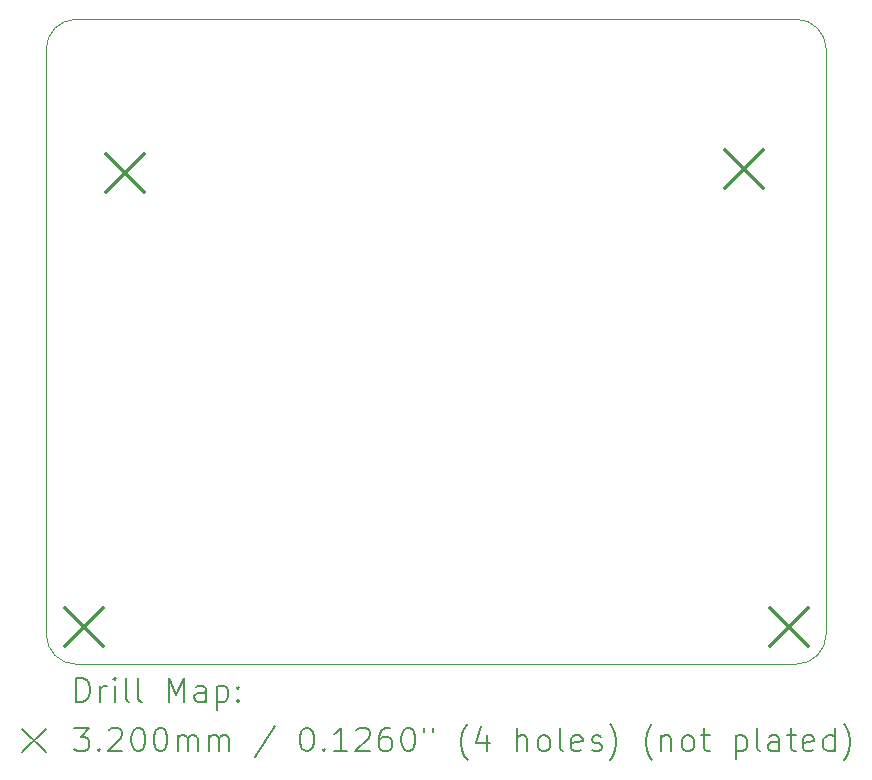
<source format=gbr>
%TF.GenerationSoftware,KiCad,Pcbnew,7.0.6-7.0.6~ubuntu22.04.1*%
%TF.CreationDate,2023-07-15T17:43:01-03:00*%
%TF.ProjectId,FRANZININHO-WIFI-MAKEYMAKEY,4652414e-5a49-44e4-994e-484f2d574946,1.0.0*%
%TF.SameCoordinates,Original*%
%TF.FileFunction,Drillmap*%
%TF.FilePolarity,Positive*%
%FSLAX45Y45*%
G04 Gerber Fmt 4.5, Leading zero omitted, Abs format (unit mm)*
G04 Created by KiCad (PCBNEW 7.0.6-7.0.6~ubuntu22.04.1) date 2023-07-15 17:43:01*
%MOMM*%
%LPD*%
G01*
G04 APERTURE LIST*
%ADD10C,0.100000*%
%ADD11C,0.200000*%
%ADD12C,0.320000*%
G04 APERTURE END LIST*
D10*
X18542000Y-6985000D02*
G75*
G03*
X18288000Y-6731000I-254000J0D01*
G01*
X18288000Y-12192000D02*
G75*
G03*
X18542000Y-11938000I0J254000D01*
G01*
X18542000Y-11938000D02*
X18542000Y-6985000D01*
X11938000Y-6985000D02*
X11938000Y-11938000D01*
X11938000Y-11938000D02*
G75*
G03*
X12192000Y-12192000I254000J0D01*
G01*
X12192000Y-6731000D02*
G75*
G03*
X11938000Y-6985000I0J-254000D01*
G01*
X12192000Y-12192000D02*
X18288000Y-12192000D01*
X18288000Y-6731000D02*
X12192000Y-6731000D01*
D11*
D12*
X12095500Y-11714500D02*
X12415500Y-12034500D01*
X12415500Y-11714500D02*
X12095500Y-12034500D01*
X12444750Y-7872750D02*
X12764750Y-8192750D01*
X12764750Y-7872750D02*
X12444750Y-8192750D01*
X17683500Y-7841000D02*
X18003500Y-8161000D01*
X18003500Y-7841000D02*
X17683500Y-8161000D01*
X18064500Y-11714500D02*
X18384500Y-12034500D01*
X18384500Y-11714500D02*
X18064500Y-12034500D01*
D11*
X12193777Y-12508484D02*
X12193777Y-12308484D01*
X12193777Y-12308484D02*
X12241396Y-12308484D01*
X12241396Y-12308484D02*
X12269967Y-12318008D01*
X12269967Y-12318008D02*
X12289015Y-12337055D01*
X12289015Y-12337055D02*
X12298539Y-12356103D01*
X12298539Y-12356103D02*
X12308062Y-12394198D01*
X12308062Y-12394198D02*
X12308062Y-12422769D01*
X12308062Y-12422769D02*
X12298539Y-12460865D01*
X12298539Y-12460865D02*
X12289015Y-12479912D01*
X12289015Y-12479912D02*
X12269967Y-12498960D01*
X12269967Y-12498960D02*
X12241396Y-12508484D01*
X12241396Y-12508484D02*
X12193777Y-12508484D01*
X12393777Y-12508484D02*
X12393777Y-12375150D01*
X12393777Y-12413246D02*
X12403301Y-12394198D01*
X12403301Y-12394198D02*
X12412824Y-12384674D01*
X12412824Y-12384674D02*
X12431872Y-12375150D01*
X12431872Y-12375150D02*
X12450920Y-12375150D01*
X12517586Y-12508484D02*
X12517586Y-12375150D01*
X12517586Y-12308484D02*
X12508062Y-12318008D01*
X12508062Y-12318008D02*
X12517586Y-12327531D01*
X12517586Y-12327531D02*
X12527110Y-12318008D01*
X12527110Y-12318008D02*
X12517586Y-12308484D01*
X12517586Y-12308484D02*
X12517586Y-12327531D01*
X12641396Y-12508484D02*
X12622348Y-12498960D01*
X12622348Y-12498960D02*
X12612824Y-12479912D01*
X12612824Y-12479912D02*
X12612824Y-12308484D01*
X12746158Y-12508484D02*
X12727110Y-12498960D01*
X12727110Y-12498960D02*
X12717586Y-12479912D01*
X12717586Y-12479912D02*
X12717586Y-12308484D01*
X12974729Y-12508484D02*
X12974729Y-12308484D01*
X12974729Y-12308484D02*
X13041396Y-12451341D01*
X13041396Y-12451341D02*
X13108062Y-12308484D01*
X13108062Y-12308484D02*
X13108062Y-12508484D01*
X13289015Y-12508484D02*
X13289015Y-12403722D01*
X13289015Y-12403722D02*
X13279491Y-12384674D01*
X13279491Y-12384674D02*
X13260443Y-12375150D01*
X13260443Y-12375150D02*
X13222348Y-12375150D01*
X13222348Y-12375150D02*
X13203301Y-12384674D01*
X13289015Y-12498960D02*
X13269967Y-12508484D01*
X13269967Y-12508484D02*
X13222348Y-12508484D01*
X13222348Y-12508484D02*
X13203301Y-12498960D01*
X13203301Y-12498960D02*
X13193777Y-12479912D01*
X13193777Y-12479912D02*
X13193777Y-12460865D01*
X13193777Y-12460865D02*
X13203301Y-12441817D01*
X13203301Y-12441817D02*
X13222348Y-12432293D01*
X13222348Y-12432293D02*
X13269967Y-12432293D01*
X13269967Y-12432293D02*
X13289015Y-12422769D01*
X13384253Y-12375150D02*
X13384253Y-12575150D01*
X13384253Y-12384674D02*
X13403301Y-12375150D01*
X13403301Y-12375150D02*
X13441396Y-12375150D01*
X13441396Y-12375150D02*
X13460443Y-12384674D01*
X13460443Y-12384674D02*
X13469967Y-12394198D01*
X13469967Y-12394198D02*
X13479491Y-12413246D01*
X13479491Y-12413246D02*
X13479491Y-12470388D01*
X13479491Y-12470388D02*
X13469967Y-12489436D01*
X13469967Y-12489436D02*
X13460443Y-12498960D01*
X13460443Y-12498960D02*
X13441396Y-12508484D01*
X13441396Y-12508484D02*
X13403301Y-12508484D01*
X13403301Y-12508484D02*
X13384253Y-12498960D01*
X13565205Y-12489436D02*
X13574729Y-12498960D01*
X13574729Y-12498960D02*
X13565205Y-12508484D01*
X13565205Y-12508484D02*
X13555682Y-12498960D01*
X13555682Y-12498960D02*
X13565205Y-12489436D01*
X13565205Y-12489436D02*
X13565205Y-12508484D01*
X13565205Y-12384674D02*
X13574729Y-12394198D01*
X13574729Y-12394198D02*
X13565205Y-12403722D01*
X13565205Y-12403722D02*
X13555682Y-12394198D01*
X13555682Y-12394198D02*
X13565205Y-12384674D01*
X13565205Y-12384674D02*
X13565205Y-12403722D01*
X11733000Y-12737000D02*
X11933000Y-12937000D01*
X11933000Y-12737000D02*
X11733000Y-12937000D01*
X12174729Y-12728484D02*
X12298539Y-12728484D01*
X12298539Y-12728484D02*
X12231872Y-12804674D01*
X12231872Y-12804674D02*
X12260443Y-12804674D01*
X12260443Y-12804674D02*
X12279491Y-12814198D01*
X12279491Y-12814198D02*
X12289015Y-12823722D01*
X12289015Y-12823722D02*
X12298539Y-12842769D01*
X12298539Y-12842769D02*
X12298539Y-12890388D01*
X12298539Y-12890388D02*
X12289015Y-12909436D01*
X12289015Y-12909436D02*
X12279491Y-12918960D01*
X12279491Y-12918960D02*
X12260443Y-12928484D01*
X12260443Y-12928484D02*
X12203301Y-12928484D01*
X12203301Y-12928484D02*
X12184253Y-12918960D01*
X12184253Y-12918960D02*
X12174729Y-12909436D01*
X12384253Y-12909436D02*
X12393777Y-12918960D01*
X12393777Y-12918960D02*
X12384253Y-12928484D01*
X12384253Y-12928484D02*
X12374729Y-12918960D01*
X12374729Y-12918960D02*
X12384253Y-12909436D01*
X12384253Y-12909436D02*
X12384253Y-12928484D01*
X12469967Y-12747531D02*
X12479491Y-12738008D01*
X12479491Y-12738008D02*
X12498539Y-12728484D01*
X12498539Y-12728484D02*
X12546158Y-12728484D01*
X12546158Y-12728484D02*
X12565205Y-12738008D01*
X12565205Y-12738008D02*
X12574729Y-12747531D01*
X12574729Y-12747531D02*
X12584253Y-12766579D01*
X12584253Y-12766579D02*
X12584253Y-12785627D01*
X12584253Y-12785627D02*
X12574729Y-12814198D01*
X12574729Y-12814198D02*
X12460443Y-12928484D01*
X12460443Y-12928484D02*
X12584253Y-12928484D01*
X12708062Y-12728484D02*
X12727110Y-12728484D01*
X12727110Y-12728484D02*
X12746158Y-12738008D01*
X12746158Y-12738008D02*
X12755682Y-12747531D01*
X12755682Y-12747531D02*
X12765205Y-12766579D01*
X12765205Y-12766579D02*
X12774729Y-12804674D01*
X12774729Y-12804674D02*
X12774729Y-12852293D01*
X12774729Y-12852293D02*
X12765205Y-12890388D01*
X12765205Y-12890388D02*
X12755682Y-12909436D01*
X12755682Y-12909436D02*
X12746158Y-12918960D01*
X12746158Y-12918960D02*
X12727110Y-12928484D01*
X12727110Y-12928484D02*
X12708062Y-12928484D01*
X12708062Y-12928484D02*
X12689015Y-12918960D01*
X12689015Y-12918960D02*
X12679491Y-12909436D01*
X12679491Y-12909436D02*
X12669967Y-12890388D01*
X12669967Y-12890388D02*
X12660443Y-12852293D01*
X12660443Y-12852293D02*
X12660443Y-12804674D01*
X12660443Y-12804674D02*
X12669967Y-12766579D01*
X12669967Y-12766579D02*
X12679491Y-12747531D01*
X12679491Y-12747531D02*
X12689015Y-12738008D01*
X12689015Y-12738008D02*
X12708062Y-12728484D01*
X12898539Y-12728484D02*
X12917586Y-12728484D01*
X12917586Y-12728484D02*
X12936634Y-12738008D01*
X12936634Y-12738008D02*
X12946158Y-12747531D01*
X12946158Y-12747531D02*
X12955682Y-12766579D01*
X12955682Y-12766579D02*
X12965205Y-12804674D01*
X12965205Y-12804674D02*
X12965205Y-12852293D01*
X12965205Y-12852293D02*
X12955682Y-12890388D01*
X12955682Y-12890388D02*
X12946158Y-12909436D01*
X12946158Y-12909436D02*
X12936634Y-12918960D01*
X12936634Y-12918960D02*
X12917586Y-12928484D01*
X12917586Y-12928484D02*
X12898539Y-12928484D01*
X12898539Y-12928484D02*
X12879491Y-12918960D01*
X12879491Y-12918960D02*
X12869967Y-12909436D01*
X12869967Y-12909436D02*
X12860443Y-12890388D01*
X12860443Y-12890388D02*
X12850920Y-12852293D01*
X12850920Y-12852293D02*
X12850920Y-12804674D01*
X12850920Y-12804674D02*
X12860443Y-12766579D01*
X12860443Y-12766579D02*
X12869967Y-12747531D01*
X12869967Y-12747531D02*
X12879491Y-12738008D01*
X12879491Y-12738008D02*
X12898539Y-12728484D01*
X13050920Y-12928484D02*
X13050920Y-12795150D01*
X13050920Y-12814198D02*
X13060443Y-12804674D01*
X13060443Y-12804674D02*
X13079491Y-12795150D01*
X13079491Y-12795150D02*
X13108063Y-12795150D01*
X13108063Y-12795150D02*
X13127110Y-12804674D01*
X13127110Y-12804674D02*
X13136634Y-12823722D01*
X13136634Y-12823722D02*
X13136634Y-12928484D01*
X13136634Y-12823722D02*
X13146158Y-12804674D01*
X13146158Y-12804674D02*
X13165205Y-12795150D01*
X13165205Y-12795150D02*
X13193777Y-12795150D01*
X13193777Y-12795150D02*
X13212824Y-12804674D01*
X13212824Y-12804674D02*
X13222348Y-12823722D01*
X13222348Y-12823722D02*
X13222348Y-12928484D01*
X13317586Y-12928484D02*
X13317586Y-12795150D01*
X13317586Y-12814198D02*
X13327110Y-12804674D01*
X13327110Y-12804674D02*
X13346158Y-12795150D01*
X13346158Y-12795150D02*
X13374729Y-12795150D01*
X13374729Y-12795150D02*
X13393777Y-12804674D01*
X13393777Y-12804674D02*
X13403301Y-12823722D01*
X13403301Y-12823722D02*
X13403301Y-12928484D01*
X13403301Y-12823722D02*
X13412824Y-12804674D01*
X13412824Y-12804674D02*
X13431872Y-12795150D01*
X13431872Y-12795150D02*
X13460443Y-12795150D01*
X13460443Y-12795150D02*
X13479491Y-12804674D01*
X13479491Y-12804674D02*
X13489015Y-12823722D01*
X13489015Y-12823722D02*
X13489015Y-12928484D01*
X13879491Y-12718960D02*
X13708063Y-12976103D01*
X14136634Y-12728484D02*
X14155682Y-12728484D01*
X14155682Y-12728484D02*
X14174729Y-12738008D01*
X14174729Y-12738008D02*
X14184253Y-12747531D01*
X14184253Y-12747531D02*
X14193777Y-12766579D01*
X14193777Y-12766579D02*
X14203301Y-12804674D01*
X14203301Y-12804674D02*
X14203301Y-12852293D01*
X14203301Y-12852293D02*
X14193777Y-12890388D01*
X14193777Y-12890388D02*
X14184253Y-12909436D01*
X14184253Y-12909436D02*
X14174729Y-12918960D01*
X14174729Y-12918960D02*
X14155682Y-12928484D01*
X14155682Y-12928484D02*
X14136634Y-12928484D01*
X14136634Y-12928484D02*
X14117586Y-12918960D01*
X14117586Y-12918960D02*
X14108063Y-12909436D01*
X14108063Y-12909436D02*
X14098539Y-12890388D01*
X14098539Y-12890388D02*
X14089015Y-12852293D01*
X14089015Y-12852293D02*
X14089015Y-12804674D01*
X14089015Y-12804674D02*
X14098539Y-12766579D01*
X14098539Y-12766579D02*
X14108063Y-12747531D01*
X14108063Y-12747531D02*
X14117586Y-12738008D01*
X14117586Y-12738008D02*
X14136634Y-12728484D01*
X14289015Y-12909436D02*
X14298539Y-12918960D01*
X14298539Y-12918960D02*
X14289015Y-12928484D01*
X14289015Y-12928484D02*
X14279491Y-12918960D01*
X14279491Y-12918960D02*
X14289015Y-12909436D01*
X14289015Y-12909436D02*
X14289015Y-12928484D01*
X14489015Y-12928484D02*
X14374729Y-12928484D01*
X14431872Y-12928484D02*
X14431872Y-12728484D01*
X14431872Y-12728484D02*
X14412825Y-12757055D01*
X14412825Y-12757055D02*
X14393777Y-12776103D01*
X14393777Y-12776103D02*
X14374729Y-12785627D01*
X14565206Y-12747531D02*
X14574729Y-12738008D01*
X14574729Y-12738008D02*
X14593777Y-12728484D01*
X14593777Y-12728484D02*
X14641396Y-12728484D01*
X14641396Y-12728484D02*
X14660444Y-12738008D01*
X14660444Y-12738008D02*
X14669967Y-12747531D01*
X14669967Y-12747531D02*
X14679491Y-12766579D01*
X14679491Y-12766579D02*
X14679491Y-12785627D01*
X14679491Y-12785627D02*
X14669967Y-12814198D01*
X14669967Y-12814198D02*
X14555682Y-12928484D01*
X14555682Y-12928484D02*
X14679491Y-12928484D01*
X14850920Y-12728484D02*
X14812825Y-12728484D01*
X14812825Y-12728484D02*
X14793777Y-12738008D01*
X14793777Y-12738008D02*
X14784253Y-12747531D01*
X14784253Y-12747531D02*
X14765206Y-12776103D01*
X14765206Y-12776103D02*
X14755682Y-12814198D01*
X14755682Y-12814198D02*
X14755682Y-12890388D01*
X14755682Y-12890388D02*
X14765206Y-12909436D01*
X14765206Y-12909436D02*
X14774729Y-12918960D01*
X14774729Y-12918960D02*
X14793777Y-12928484D01*
X14793777Y-12928484D02*
X14831872Y-12928484D01*
X14831872Y-12928484D02*
X14850920Y-12918960D01*
X14850920Y-12918960D02*
X14860444Y-12909436D01*
X14860444Y-12909436D02*
X14869967Y-12890388D01*
X14869967Y-12890388D02*
X14869967Y-12842769D01*
X14869967Y-12842769D02*
X14860444Y-12823722D01*
X14860444Y-12823722D02*
X14850920Y-12814198D01*
X14850920Y-12814198D02*
X14831872Y-12804674D01*
X14831872Y-12804674D02*
X14793777Y-12804674D01*
X14793777Y-12804674D02*
X14774729Y-12814198D01*
X14774729Y-12814198D02*
X14765206Y-12823722D01*
X14765206Y-12823722D02*
X14755682Y-12842769D01*
X14993777Y-12728484D02*
X15012825Y-12728484D01*
X15012825Y-12728484D02*
X15031872Y-12738008D01*
X15031872Y-12738008D02*
X15041396Y-12747531D01*
X15041396Y-12747531D02*
X15050920Y-12766579D01*
X15050920Y-12766579D02*
X15060444Y-12804674D01*
X15060444Y-12804674D02*
X15060444Y-12852293D01*
X15060444Y-12852293D02*
X15050920Y-12890388D01*
X15050920Y-12890388D02*
X15041396Y-12909436D01*
X15041396Y-12909436D02*
X15031872Y-12918960D01*
X15031872Y-12918960D02*
X15012825Y-12928484D01*
X15012825Y-12928484D02*
X14993777Y-12928484D01*
X14993777Y-12928484D02*
X14974729Y-12918960D01*
X14974729Y-12918960D02*
X14965206Y-12909436D01*
X14965206Y-12909436D02*
X14955682Y-12890388D01*
X14955682Y-12890388D02*
X14946158Y-12852293D01*
X14946158Y-12852293D02*
X14946158Y-12804674D01*
X14946158Y-12804674D02*
X14955682Y-12766579D01*
X14955682Y-12766579D02*
X14965206Y-12747531D01*
X14965206Y-12747531D02*
X14974729Y-12738008D01*
X14974729Y-12738008D02*
X14993777Y-12728484D01*
X15136634Y-12728484D02*
X15136634Y-12766579D01*
X15212825Y-12728484D02*
X15212825Y-12766579D01*
X15508063Y-13004674D02*
X15498539Y-12995150D01*
X15498539Y-12995150D02*
X15479491Y-12966579D01*
X15479491Y-12966579D02*
X15469968Y-12947531D01*
X15469968Y-12947531D02*
X15460444Y-12918960D01*
X15460444Y-12918960D02*
X15450920Y-12871341D01*
X15450920Y-12871341D02*
X15450920Y-12833246D01*
X15450920Y-12833246D02*
X15460444Y-12785627D01*
X15460444Y-12785627D02*
X15469968Y-12757055D01*
X15469968Y-12757055D02*
X15479491Y-12738008D01*
X15479491Y-12738008D02*
X15498539Y-12709436D01*
X15498539Y-12709436D02*
X15508063Y-12699912D01*
X15669968Y-12795150D02*
X15669968Y-12928484D01*
X15622348Y-12718960D02*
X15574729Y-12861817D01*
X15574729Y-12861817D02*
X15698539Y-12861817D01*
X15927110Y-12928484D02*
X15927110Y-12728484D01*
X16012825Y-12928484D02*
X16012825Y-12823722D01*
X16012825Y-12823722D02*
X16003301Y-12804674D01*
X16003301Y-12804674D02*
X15984253Y-12795150D01*
X15984253Y-12795150D02*
X15955682Y-12795150D01*
X15955682Y-12795150D02*
X15936634Y-12804674D01*
X15936634Y-12804674D02*
X15927110Y-12814198D01*
X16136634Y-12928484D02*
X16117587Y-12918960D01*
X16117587Y-12918960D02*
X16108063Y-12909436D01*
X16108063Y-12909436D02*
X16098539Y-12890388D01*
X16098539Y-12890388D02*
X16098539Y-12833246D01*
X16098539Y-12833246D02*
X16108063Y-12814198D01*
X16108063Y-12814198D02*
X16117587Y-12804674D01*
X16117587Y-12804674D02*
X16136634Y-12795150D01*
X16136634Y-12795150D02*
X16165206Y-12795150D01*
X16165206Y-12795150D02*
X16184253Y-12804674D01*
X16184253Y-12804674D02*
X16193777Y-12814198D01*
X16193777Y-12814198D02*
X16203301Y-12833246D01*
X16203301Y-12833246D02*
X16203301Y-12890388D01*
X16203301Y-12890388D02*
X16193777Y-12909436D01*
X16193777Y-12909436D02*
X16184253Y-12918960D01*
X16184253Y-12918960D02*
X16165206Y-12928484D01*
X16165206Y-12928484D02*
X16136634Y-12928484D01*
X16317587Y-12928484D02*
X16298539Y-12918960D01*
X16298539Y-12918960D02*
X16289015Y-12899912D01*
X16289015Y-12899912D02*
X16289015Y-12728484D01*
X16469968Y-12918960D02*
X16450920Y-12928484D01*
X16450920Y-12928484D02*
X16412825Y-12928484D01*
X16412825Y-12928484D02*
X16393777Y-12918960D01*
X16393777Y-12918960D02*
X16384253Y-12899912D01*
X16384253Y-12899912D02*
X16384253Y-12823722D01*
X16384253Y-12823722D02*
X16393777Y-12804674D01*
X16393777Y-12804674D02*
X16412825Y-12795150D01*
X16412825Y-12795150D02*
X16450920Y-12795150D01*
X16450920Y-12795150D02*
X16469968Y-12804674D01*
X16469968Y-12804674D02*
X16479491Y-12823722D01*
X16479491Y-12823722D02*
X16479491Y-12842769D01*
X16479491Y-12842769D02*
X16384253Y-12861817D01*
X16555682Y-12918960D02*
X16574730Y-12928484D01*
X16574730Y-12928484D02*
X16612825Y-12928484D01*
X16612825Y-12928484D02*
X16631872Y-12918960D01*
X16631872Y-12918960D02*
X16641396Y-12899912D01*
X16641396Y-12899912D02*
X16641396Y-12890388D01*
X16641396Y-12890388D02*
X16631872Y-12871341D01*
X16631872Y-12871341D02*
X16612825Y-12861817D01*
X16612825Y-12861817D02*
X16584253Y-12861817D01*
X16584253Y-12861817D02*
X16565206Y-12852293D01*
X16565206Y-12852293D02*
X16555682Y-12833246D01*
X16555682Y-12833246D02*
X16555682Y-12823722D01*
X16555682Y-12823722D02*
X16565206Y-12804674D01*
X16565206Y-12804674D02*
X16584253Y-12795150D01*
X16584253Y-12795150D02*
X16612825Y-12795150D01*
X16612825Y-12795150D02*
X16631872Y-12804674D01*
X16708063Y-13004674D02*
X16717587Y-12995150D01*
X16717587Y-12995150D02*
X16736634Y-12966579D01*
X16736634Y-12966579D02*
X16746158Y-12947531D01*
X16746158Y-12947531D02*
X16755682Y-12918960D01*
X16755682Y-12918960D02*
X16765206Y-12871341D01*
X16765206Y-12871341D02*
X16765206Y-12833246D01*
X16765206Y-12833246D02*
X16755682Y-12785627D01*
X16755682Y-12785627D02*
X16746158Y-12757055D01*
X16746158Y-12757055D02*
X16736634Y-12738008D01*
X16736634Y-12738008D02*
X16717587Y-12709436D01*
X16717587Y-12709436D02*
X16708063Y-12699912D01*
X17069968Y-13004674D02*
X17060444Y-12995150D01*
X17060444Y-12995150D02*
X17041396Y-12966579D01*
X17041396Y-12966579D02*
X17031873Y-12947531D01*
X17031873Y-12947531D02*
X17022349Y-12918960D01*
X17022349Y-12918960D02*
X17012825Y-12871341D01*
X17012825Y-12871341D02*
X17012825Y-12833246D01*
X17012825Y-12833246D02*
X17022349Y-12785627D01*
X17022349Y-12785627D02*
X17031873Y-12757055D01*
X17031873Y-12757055D02*
X17041396Y-12738008D01*
X17041396Y-12738008D02*
X17060444Y-12709436D01*
X17060444Y-12709436D02*
X17069968Y-12699912D01*
X17146158Y-12795150D02*
X17146158Y-12928484D01*
X17146158Y-12814198D02*
X17155682Y-12804674D01*
X17155682Y-12804674D02*
X17174730Y-12795150D01*
X17174730Y-12795150D02*
X17203301Y-12795150D01*
X17203301Y-12795150D02*
X17222349Y-12804674D01*
X17222349Y-12804674D02*
X17231873Y-12823722D01*
X17231873Y-12823722D02*
X17231873Y-12928484D01*
X17355682Y-12928484D02*
X17336634Y-12918960D01*
X17336634Y-12918960D02*
X17327111Y-12909436D01*
X17327111Y-12909436D02*
X17317587Y-12890388D01*
X17317587Y-12890388D02*
X17317587Y-12833246D01*
X17317587Y-12833246D02*
X17327111Y-12814198D01*
X17327111Y-12814198D02*
X17336634Y-12804674D01*
X17336634Y-12804674D02*
X17355682Y-12795150D01*
X17355682Y-12795150D02*
X17384254Y-12795150D01*
X17384254Y-12795150D02*
X17403301Y-12804674D01*
X17403301Y-12804674D02*
X17412825Y-12814198D01*
X17412825Y-12814198D02*
X17422349Y-12833246D01*
X17422349Y-12833246D02*
X17422349Y-12890388D01*
X17422349Y-12890388D02*
X17412825Y-12909436D01*
X17412825Y-12909436D02*
X17403301Y-12918960D01*
X17403301Y-12918960D02*
X17384254Y-12928484D01*
X17384254Y-12928484D02*
X17355682Y-12928484D01*
X17479492Y-12795150D02*
X17555682Y-12795150D01*
X17508063Y-12728484D02*
X17508063Y-12899912D01*
X17508063Y-12899912D02*
X17517587Y-12918960D01*
X17517587Y-12918960D02*
X17536634Y-12928484D01*
X17536634Y-12928484D02*
X17555682Y-12928484D01*
X17774730Y-12795150D02*
X17774730Y-12995150D01*
X17774730Y-12804674D02*
X17793777Y-12795150D01*
X17793777Y-12795150D02*
X17831873Y-12795150D01*
X17831873Y-12795150D02*
X17850920Y-12804674D01*
X17850920Y-12804674D02*
X17860444Y-12814198D01*
X17860444Y-12814198D02*
X17869968Y-12833246D01*
X17869968Y-12833246D02*
X17869968Y-12890388D01*
X17869968Y-12890388D02*
X17860444Y-12909436D01*
X17860444Y-12909436D02*
X17850920Y-12918960D01*
X17850920Y-12918960D02*
X17831873Y-12928484D01*
X17831873Y-12928484D02*
X17793777Y-12928484D01*
X17793777Y-12928484D02*
X17774730Y-12918960D01*
X17984254Y-12928484D02*
X17965206Y-12918960D01*
X17965206Y-12918960D02*
X17955682Y-12899912D01*
X17955682Y-12899912D02*
X17955682Y-12728484D01*
X18146158Y-12928484D02*
X18146158Y-12823722D01*
X18146158Y-12823722D02*
X18136635Y-12804674D01*
X18136635Y-12804674D02*
X18117587Y-12795150D01*
X18117587Y-12795150D02*
X18079492Y-12795150D01*
X18079492Y-12795150D02*
X18060444Y-12804674D01*
X18146158Y-12918960D02*
X18127111Y-12928484D01*
X18127111Y-12928484D02*
X18079492Y-12928484D01*
X18079492Y-12928484D02*
X18060444Y-12918960D01*
X18060444Y-12918960D02*
X18050920Y-12899912D01*
X18050920Y-12899912D02*
X18050920Y-12880865D01*
X18050920Y-12880865D02*
X18060444Y-12861817D01*
X18060444Y-12861817D02*
X18079492Y-12852293D01*
X18079492Y-12852293D02*
X18127111Y-12852293D01*
X18127111Y-12852293D02*
X18146158Y-12842769D01*
X18212825Y-12795150D02*
X18289015Y-12795150D01*
X18241396Y-12728484D02*
X18241396Y-12899912D01*
X18241396Y-12899912D02*
X18250920Y-12918960D01*
X18250920Y-12918960D02*
X18269968Y-12928484D01*
X18269968Y-12928484D02*
X18289015Y-12928484D01*
X18431873Y-12918960D02*
X18412825Y-12928484D01*
X18412825Y-12928484D02*
X18374730Y-12928484D01*
X18374730Y-12928484D02*
X18355682Y-12918960D01*
X18355682Y-12918960D02*
X18346158Y-12899912D01*
X18346158Y-12899912D02*
X18346158Y-12823722D01*
X18346158Y-12823722D02*
X18355682Y-12804674D01*
X18355682Y-12804674D02*
X18374730Y-12795150D01*
X18374730Y-12795150D02*
X18412825Y-12795150D01*
X18412825Y-12795150D02*
X18431873Y-12804674D01*
X18431873Y-12804674D02*
X18441396Y-12823722D01*
X18441396Y-12823722D02*
X18441396Y-12842769D01*
X18441396Y-12842769D02*
X18346158Y-12861817D01*
X18612825Y-12928484D02*
X18612825Y-12728484D01*
X18612825Y-12918960D02*
X18593777Y-12928484D01*
X18593777Y-12928484D02*
X18555682Y-12928484D01*
X18555682Y-12928484D02*
X18536635Y-12918960D01*
X18536635Y-12918960D02*
X18527111Y-12909436D01*
X18527111Y-12909436D02*
X18517587Y-12890388D01*
X18517587Y-12890388D02*
X18517587Y-12833246D01*
X18517587Y-12833246D02*
X18527111Y-12814198D01*
X18527111Y-12814198D02*
X18536635Y-12804674D01*
X18536635Y-12804674D02*
X18555682Y-12795150D01*
X18555682Y-12795150D02*
X18593777Y-12795150D01*
X18593777Y-12795150D02*
X18612825Y-12804674D01*
X18689016Y-13004674D02*
X18698539Y-12995150D01*
X18698539Y-12995150D02*
X18717587Y-12966579D01*
X18717587Y-12966579D02*
X18727111Y-12947531D01*
X18727111Y-12947531D02*
X18736635Y-12918960D01*
X18736635Y-12918960D02*
X18746158Y-12871341D01*
X18746158Y-12871341D02*
X18746158Y-12833246D01*
X18746158Y-12833246D02*
X18736635Y-12785627D01*
X18736635Y-12785627D02*
X18727111Y-12757055D01*
X18727111Y-12757055D02*
X18717587Y-12738008D01*
X18717587Y-12738008D02*
X18698539Y-12709436D01*
X18698539Y-12709436D02*
X18689016Y-12699912D01*
M02*

</source>
